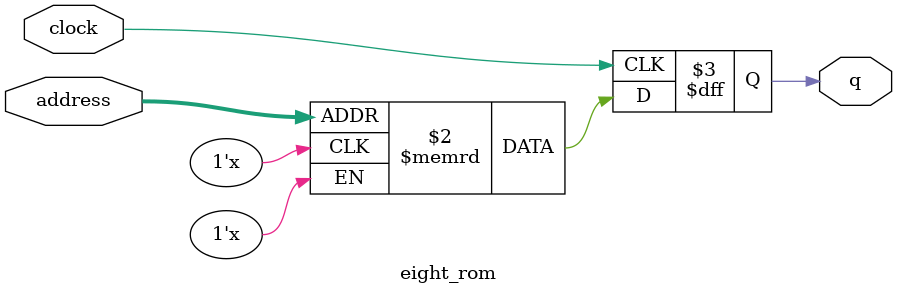
<source format=sv>
module eight_rom (
	input logic clock,
	input logic [8:0] address,
	output logic [0:0] q
);

logic [0:0] memory [0:511] /* synthesis ram_init_file = "./eight/eight.COE" */;

always_ff @ (posedge clock) begin
	q <= memory[address];
end

endmodule

</source>
